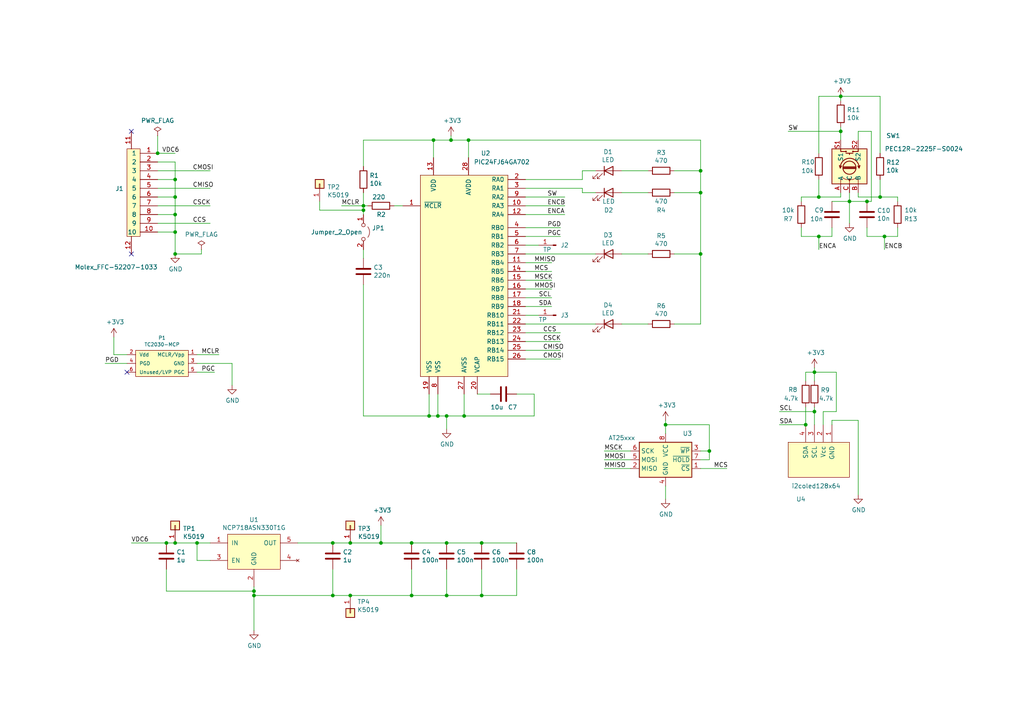
<source format=kicad_sch>
(kicad_sch (version 20211123) (generator eeschema)
  (paper "A4")
  (lib_symbols
    (symbol "Connector:Conn_01x01_Male" (pin_names (offset 1.016) hide)
      (property "Reference" "J" (at 0 2.54 0))
      (property "Value" "Conn_01x01_Male" (at 0 -2.54 0))
      (symbol "Conn_01x01_Male_1_1"
        (polyline (pts (xy 1.27 0) (xy 0.8636 0)) (stroke (width 0.1524)))
        (rectangle (start 0.8636 0.127) (end 0 -0.127) (stroke (width 0.1524)) (fill (type outline)))
        (pin passive line (at 5.08 0 180) (length 3.81) (name "Pin_1") (number "1"))
      )
    )
    (symbol "Controlpanel-rescue:+3.3V-power" (power) (pin_names (offset 0))
      (property "Value" "+3.3V-power" (at 0 3.556 0))
      (symbol "+3.3V-power_0_1"
        (polyline (pts (xy -0.762 1.27) (xy 0 2.54)))
        (polyline (pts (xy 0 0) (xy 0 2.54)))
        (polyline (pts (xy 0 2.54) (xy 0.762 1.27)))
      )
      (symbol "+3.3V-power_1_1"
        (pin power_in line (at 0 0 90) (length 0) hide (name "+3V3") (number "1"))
      )
    )
    (symbol "Controlpanel-rescue:K5019-MikeSpecialParts" (pin_names (offset 1.016) hide)
      (property "Reference" "TP" (at 0 2.54 0))
      (property "Value" "K5019-MikeSpecialParts" (at 0 -2.54 0))
      (symbol "K5019-MikeSpecialParts_1_1"
        (rectangle (start -1.27 0.127) (end 0 -0.127) (stroke (width 0.1524)))
        (rectangle (start -1.27 1.27) (end 1.27 -1.27) (stroke (width 0.254)) (fill (type background)))
        (pin passive line (at -5.08 0 0) (length 3.81) (name "P") (number "1"))
      )
    )
    (symbol "Controlpanel-rescue:Molex_FFC-52207-1033-MikeSpecialParts" (pin_names (offset 1.016))
      (property "Reference" "J" (at -8.89 10.16 0))
      (property "Value" "Molex_FFC-52207-1033-MikeSpecialParts" (at 8.89 12.7 0))
      (symbol "Molex_FFC-52207-1033-MikeSpecialParts_0_1"
        (rectangle (start -3.81 11.43) (end -7.62 -13.97) (fill (type background)))
      )
      (symbol "Molex_FFC-52207-1033-MikeSpecialParts_1_1"
        (pin passive line (at 1.27 10.16 180) (length 5.08) (name "1") (number "1"))
        (pin passive line (at 1.27 -12.7 180) (length 5.08) (name "10") (number "10"))
        (pin passive line (at -6.35 16.51 270) (length 5.08) (name "~") (number "11"))
        (pin passive line (at -6.35 -19.05 90) (length 5.08) (name "~") (number "12"))
        (pin passive line (at 1.27 7.62 180) (length 5.08) (name "2") (number "2"))
        (pin passive line (at 1.27 5.08 180) (length 5.08) (name "3") (number "3"))
        (pin passive line (at 1.27 2.54 180) (length 5.08) (name "4") (number "4"))
        (pin passive line (at 1.27 0 180) (length 5.08) (name "5") (number "5"))
        (pin passive line (at 1.27 -2.54 180) (length 5.08) (name "6") (number "6"))
        (pin passive line (at 1.27 -5.08 180) (length 5.08) (name "7") (number "7"))
        (pin passive line (at 1.27 -7.62 180) (length 5.08) (name "8") (number "8"))
        (pin passive line (at 1.27 -10.16 180) (length 5.08) (name "9") (number "9"))
      )
    )
    (symbol "Controlpanel-rescue:NCP718ASN330T1G-MikeSpecialParts" (pin_names (offset 1.016))
      (property "Reference" "U" (at -2.54 6.35 0))
      (property "Value" "NCP718ASN330T1G-MikeSpecialParts" (at 1.27 8.89 0))
      (symbol "NCP718ASN330T1G-MikeSpecialParts_1_1"
        (rectangle (start -7.62 5.08) (end 7.62 -5.08) (fill (type background)))
        (pin power_in line (at -12.7 2.54 0) (length 5.08) (name "IN") (number "1"))
        (pin power_in line (at 0 -10.16 90) (length 5.08) (name "GND") (number "2"))
        (pin input line (at -12.7 -2.54 0) (length 5.08) (name "EN") (number "3"))
        (pin no_connect line (at 12.7 -2.54 180) (length 5.08) (name "~") (number "4"))
        (pin power_out line (at 12.7 2.54 180) (length 5.08) (name "OUT") (number "5"))
      )
    )
    (symbol "Controlpanel-rescue:PEC12R-2225F-S0024-MikeSpecialParts" (pin_names (offset 1.016))
      (property "Reference" "SW" (at 0 8.89 0))
      (property "Value" "PEC12R-2225F-S0024-MikeSpecialParts" (at 1.27 11.43 0))
      (symbol "PEC12R-2225F-S0024-MikeSpecialParts_1_1"
        (rectangle (start -5.08 5.08) (end 5.08 -5.08) (stroke (width 0.254)) (fill (type background)))
        (circle (center -3.81 0) (radius 0.254) (fill (type outline)))
        (arc (start -0.381 -2.794) (mid 2.3622 -0.0508) (end -0.381 2.667) (stroke (width 0.254)))
        (circle (center -0.381 0) (radius 1.905) (stroke (width 0.254)))
        (polyline (pts (xy -0.635 -1.778) (xy -0.635 1.778)) (stroke (width 0.254)))
        (polyline (pts (xy -0.381 -1.778) (xy -0.381 1.778)) (stroke (width 0.254)))
        (polyline (pts (xy -0.127 1.778) (xy -0.127 -1.778)) (stroke (width 0.254)))
        (polyline (pts (xy 3.81 0) (xy 3.429 0)) (stroke (width 0.254)))
        (polyline (pts (xy 3.81 1.016) (xy 3.81 -1.016)) (stroke (width 0.254)))
        (polyline (pts (xy -5.08 -2.54) (xy -3.81 -2.54) (xy -3.81 -2.032)))
        (polyline (pts (xy -5.08 2.54) (xy -3.81 2.54) (xy -3.81 2.032)))
        (polyline (pts (xy 0.254 -3.048) (xy -0.508 -2.794) (xy 0.127 -2.413)) (stroke (width 0.254)))
        (polyline (pts (xy 0.254 2.921) (xy -0.508 2.667) (xy 0.127 2.286)) (stroke (width 0.254)))
        (polyline (pts (xy 5.08 -2.54) (xy 4.318 -2.54) (xy 4.318 -1.016)) (stroke (width 0.254)))
        (polyline (pts (xy 5.08 2.54) (xy 4.318 2.54) (xy 4.318 1.016)) (stroke (width 0.254)))
        (polyline (pts (xy -5.08 0) (xy -3.81 0) (xy -3.81 -1.016) (xy -3.302 -2.032)))
        (polyline (pts (xy -4.318 0) (xy -3.81 0) (xy -3.81 1.016) (xy -3.302 2.032)))
        (circle (center 4.318 -1.016) (radius 0.127) (stroke (width 0.254)))
        (circle (center 4.318 1.016) (radius 0.127) (stroke (width 0.254)))
        (pin passive line (at -7.62 2.54 0) (length 2.54) (name "A") (number "A"))
        (pin passive line (at -7.62 -2.54 0) (length 2.54) (name "B") (number "B"))
        (pin passive line (at -7.62 0 0) (length 2.54) (name "C") (number "C"))
        (pin passive line (at 7.62 2.54 180) (length 2.54) (name "S1") (number "S1"))
        (pin passive line (at 7.62 -2.54 180) (length 2.54) (name "S2") (number "S2"))
      )
    )
    (symbol "Controlpanel-rescue:PIC24FJ64GA702-MikeSpecialParts" (pin_names (offset 1.016))
      (property "Reference" "U" (at 5.588 28.448 0))
      (property "Value" "PIC24FJ64GA702-MikeSpecialParts" (at 12.7 32.004 0))
      (symbol "PIC24FJ64GA702-MikeSpecialParts_0_1"
        (rectangle (start -12.7 25.4) (end 12.7 -33.02) (fill (type background)))
      )
      (symbol "PIC24FJ64GA702-MikeSpecialParts_1_1"
        (pin input line (at -17.78 16.51 0) (length 5.08) (name "~{MCLR}") (number "1"))
        (pin bidirectional line (at 17.78 16.51 180) (length 5.08) (name "RA3") (number "10"))
        (pin bidirectional line (at 17.78 0 180) (length 5.08) (name "RB4") (number "11"))
        (pin bidirectional line (at 17.78 13.97 180) (length 5.08) (name "RA4") (number "12"))
        (pin power_in line (at -8.89 30.48 270) (length 5.08) (name "VDD") (number "13"))
        (pin bidirectional line (at 17.78 -2.54 180) (length 5.08) (name "RB5") (number "14"))
        (pin bidirectional line (at 17.78 -5.08 180) (length 5.08) (name "RB6") (number "15"))
        (pin bidirectional line (at 17.78 -7.62 180) (length 5.08) (name "RB7") (number "16"))
        (pin bidirectional line (at 17.78 -10.16 180) (length 5.08) (name "RB8") (number "17"))
        (pin bidirectional line (at 17.78 -12.7 180) (length 5.08) (name "RB9") (number "18"))
        (pin power_in line (at -10.16 -38.1 90) (length 5.08) (name "VSS") (number "19"))
        (pin bidirectional line (at 17.78 24.13 180) (length 5.08) (name "RA0") (number "2"))
        (pin power_out line (at 3.81 -38.1 90) (length 5.08) (name "VCAP") (number "20"))
        (pin bidirectional line (at 17.78 -15.24 180) (length 5.08) (name "RB10") (number "21"))
        (pin bidirectional line (at 17.78 -17.78 180) (length 5.08) (name "RB11") (number "22"))
        (pin bidirectional line (at 17.78 -20.32 180) (length 5.08) (name "RB12") (number "23"))
        (pin bidirectional line (at 17.78 -22.86 180) (length 5.08) (name "RB13") (number "24"))
        (pin bidirectional line (at 17.78 -25.4 180) (length 5.08) (name "RB14") (number "25"))
        (pin bidirectional line (at 17.78 -27.94 180) (length 5.08) (name "RB15") (number "26"))
        (pin power_in line (at 0 -38.1 90) (length 5.08) (name "AVSS") (number "27"))
        (pin power_in line (at 1.27 30.48 270) (length 5.08) (name "AVDD") (number "28"))
        (pin bidirectional line (at 17.78 21.59 180) (length 5.08) (name "RA1") (number "3"))
        (pin bidirectional line (at 17.78 10.16 180) (length 5.08) (name "RB0") (number "4"))
        (pin bidirectional line (at 17.78 7.62 180) (length 5.08) (name "RB1") (number "5"))
        (pin bidirectional line (at 17.78 5.08 180) (length 5.08) (name "RB2") (number "6"))
        (pin bidirectional line (at 17.78 2.54 180) (length 5.08) (name "RB3") (number "7"))
        (pin power_in line (at -7.62 -38.1 90) (length 5.08) (name "VSS") (number "8"))
        (pin bidirectional line (at 17.78 19.05 180) (length 5.08) (name "RA2") (number "9"))
      )
    )
    (symbol "Controlpanel-rescue:TC2030-MCP-Tag-Connect" (pin_names (offset 1.016))
      (property "Reference" "P" (at -1.27 -5.08 0))
      (property "Value" "TC2030-MCP-Tag-Connect" (at 0 5.08 0))
      (symbol "TC2030-MCP-Tag-Connect_0_1"
        (rectangle (start 7.62 3.81) (end -7.62 -3.81) (fill (type background)))
      )
      (symbol "TC2030-MCP-Tag-Connect_1_1"
        (pin passive line (at -10.16 2.54 0) (length 2.54) (name "MCLR/Vpp") (number "1"))
        (pin passive line (at 10.16 2.54 180) (length 2.54) (name "Vdd") (number "2"))
        (pin passive line (at -10.16 0 0) (length 2.54) (name "GND") (number "3"))
        (pin passive line (at 10.16 0 180) (length 2.54) (name "PGD") (number "4"))
        (pin passive line (at -10.16 -2.54 0) (length 2.54) (name "PGC") (number "5"))
        (pin passive line (at 10.16 -2.54 180) (length 2.54) (name "Unused/LVP") (number "6"))
      )
    )
    (symbol "Controlpanel-rescue:i2coled128x64-MikeSpecialParts" (pin_names (offset 1.016))
      (property "Reference" "U" (at 5.08 -1.27 0))
      (property "Value" "i2coled128x64-MikeSpecialParts" (at 0 -3.81 0))
      (symbol "i2coled128x64-MikeSpecialParts_0_1"
        (rectangle (start -8.89 5.08) (end 8.89 -5.08) (fill (type background)))
      )
      (symbol "i2coled128x64-MikeSpecialParts_1_1"
        (pin input line (at -3.81 10.16 270) (length 5.08) (name "GND") (number "1"))
        (pin input line (at -1.27 10.16 270) (length 5.08) (name "Vcc") (number "2"))
        (pin input line (at 1.27 10.16 270) (length 5.08) (name "SCL") (number "3"))
        (pin input line (at 3.81 10.16 270) (length 5.08) (name "SDA") (number "4"))
      )
    )
    (symbol "Device:C" (pin_numbers hide) (pin_names (offset 0.254))
      (property "Reference" "C" (at 0.635 2.54 0))
      (property "Value" "C" (at 0.635 -2.54 0))
      (symbol "C_0_1"
        (polyline (pts (xy -2.032 -0.762) (xy 2.032 -0.762)) (stroke (width 0.508)))
        (polyline (pts (xy -2.032 0.762) (xy 2.032 0.762)) (stroke (width 0.508)))
      )
      (symbol "C_1_1"
        (pin passive line (at 0 3.81 270) (length 2.794) (name "~") (number "1"))
        (pin passive line (at 0 -3.81 90) (length 2.794) (name "~") (number "2"))
      )
    )
    (symbol "Device:LED" (pin_numbers hide) (pin_names (offset 1.016) hide)
      (property "Reference" "D" (at 0 2.54 0))
      (property "Value" "LED" (at 0 -2.54 0))
      (symbol "LED_0_1"
        (polyline (pts (xy -1.27 -1.27) (xy -1.27 1.27)) (stroke (width 0.254)))
        (polyline (pts (xy -1.27 0) (xy 1.27 0)))
        (polyline (pts (xy 1.27 -1.27) (xy 1.27 1.27) (xy -1.27 0) (xy 1.27 -1.27)) (stroke (width 0.254)))
        (polyline (pts (xy -3.048 -0.762) (xy -4.572 -2.286) (xy -3.81 -2.286) (xy -4.572 -2.286) (xy -4.572 -1.524)))
        (polyline (pts (xy -1.778 -0.762) (xy -3.302 -2.286) (xy -2.54 -2.286) (xy -3.302 -2.286) (xy -3.302 -1.524)))
      )
      (symbol "LED_1_1"
        (pin passive line (at -3.81 0 0) (length 2.54) (name "K") (number "1"))
        (pin passive line (at 3.81 0 180) (length 2.54) (name "A") (number "2"))
      )
    )
    (symbol "Device:R" (pin_numbers hide) (pin_names (offset 0))
      (property "Reference" "R" (at 2.032 0 90))
      (property "Value" "R" (at 0 0 90))
      (symbol "R_0_1"
        (rectangle (start -1.016 -2.54) (end 1.016 2.54) (stroke (width 0.254)))
      )
      (symbol "R_1_1"
        (pin passive line (at 0 3.81 270) (length 1.27) (name "~") (number "1"))
        (pin passive line (at 0 -3.81 90) (length 1.27) (name "~") (number "2"))
      )
    )
    (symbol "Jumper:Jumper_2_Open" (pin_names (offset 0) hide)
      (property "Reference" "JP" (at 0 2.794 0))
      (property "Value" "Jumper_2_Open" (at 0 -2.286 0))
      (symbol "Jumper_2_Open_0_0"
        (circle (center -2.032 0) (radius 0.508))
        (circle (center 2.032 0) (radius 0.508))
      )
      (symbol "Jumper_2_Open_0_1"
        (arc (start 1.524 1.27) (mid 0 1.778) (end -1.524 1.27))
      )
      (symbol "Jumper_2_Open_1_1"
        (pin passive line (at -5.08 0 0) (length 2.54) (name "A") (number "1"))
        (pin passive line (at 5.08 0 180) (length 2.54) (name "B") (number "2"))
      )
    )
    (symbol "Memory_EEPROM:AT25xxx"
      (property "Reference" "U" (at -7.62 6.35 0))
      (property "Value" "AT25xxx" (at 2.54 -6.35 0))
      (symbol "AT25xxx_1_1"
        (rectangle (start -7.62 5.08) (end 7.62 -5.08) (stroke (width 0.254)) (fill (type background)))
        (pin input line (at -10.16 -2.54 0) (length 2.54) (name "~{CS}") (number "1"))
        (pin tri_state line (at 10.16 -2.54 180) (length 2.54) (name "MISO") (number "2"))
        (pin input line (at -10.16 2.54 0) (length 2.54) (name "~{WP}") (number "3"))
        (pin power_in line (at 0 -7.62 90) (length 2.54) (name "GND") (number "4"))
        (pin input line (at 10.16 0 180) (length 2.54) (name "MOSI") (number "5"))
        (pin input line (at 10.16 2.54 180) (length 2.54) (name "SCK") (number "6"))
        (pin input line (at -10.16 0 0) (length 2.54) (name "~{HOLD}") (number "7"))
        (pin power_in line (at 0 7.62 270) (length 2.54) (name "VCC") (number "8"))
      )
    )
    (symbol "power:GND" (power) (pin_names (offset 0))
      (property "Value" "GND" (at 0 -3.81 0))
      (symbol "GND_0_1"
        (polyline (pts (xy 0 0) (xy 0 -1.27) (xy 1.27 -1.27) (xy 0 -2.54) (xy -1.27 -1.27) (xy 0 -1.27)))
      )
      (symbol "GND_1_1"
        (pin power_in line (at 0 0 270) (length 0) hide (name "GND") (number "1"))
      )
    )
    (symbol "power:PWR_FLAG" (power) (pin_numbers hide) (pin_names (offset 0) hide)
      (property "Value" "PWR_FLAG" (at 0 3.81 0))
      (symbol "PWR_FLAG_0_0"
        (pin power_out line (at 0 0 90) (length 0) (name "pwr") (number "1"))
      )
      (symbol "PWR_FLAG_0_1"
        (polyline (pts (xy 0 0) (xy 0 1.27) (xy -1.016 1.905) (xy 0 2.54) (xy 1.016 1.905) (xy 0 1.27)))
      )
    )
  )
  (junction (at 139.7 157.48))
  (junction (at 45.72 44.45))
  (junction (at 256.54 68.58))
  (junction (at 139.7 172.72))
  (junction (at 130.81 40.64))
  (junction (at 50.8 73.66))
  (junction (at 57.15 157.48))
  (junction (at 50.8 62.23))
  (junction (at 124.46 120.65))
  (junction (at 243.84 27.94))
  (junction (at 135.89 40.64))
  (junction (at 96.52 172.72))
  (junction (at 119.38 172.72))
  (junction (at 251.46 58.42))
  (junction (at 110.49 157.48))
  (junction (at 50.8 57.15))
  (junction (at 129.54 172.72))
  (junction (at 233.68 123.19))
  (junction (at 73.66 172.72))
  (junction (at 127 120.65))
  (junction (at 101.6 172.72))
  (junction (at 205.74 130.81))
  (junction (at 236.22 107.95))
  (junction (at 237.49 68.58))
  (junction (at 255.27 57.15))
  (junction (at 129.54 120.65))
  (junction (at 105.41 59.69))
  (junction (at 105.41 60.96))
  (junction (at 50.8 52.07))
  (junction (at 203.2 49.53))
  (junction (at 203.2 55.88))
  (junction (at 134.62 120.65))
  (junction (at 203.2 73.66))
  (junction (at 125.73 40.64))
  (junction (at 236.22 119.38))
  (junction (at 119.38 157.48))
  (junction (at 73.66 171.45))
  (junction (at 237.49 57.15))
  (junction (at 101.6 157.48))
  (junction (at 96.52 157.48))
  (junction (at 243.84 38.1))
  (junction (at 129.54 157.48))
  (junction (at 50.8 67.31))
  (junction (at 246.38 58.42))
  (junction (at 48.26 157.48))
  (junction (at 193.04 123.19))
  (junction (at 50.8 157.48))
  (no_connect (at 38.1 73.66))
  (no_connect (at 36.83 107.95))
  (no_connect (at 38.1 38.1))
  (wire (pts (xy 134.62 120.65) (xy 154.94 120.65)))
  (wire (pts (xy 138.43 114.3) (xy 142.24 114.3)))
  (wire (pts (xy 73.66 172.72) (xy 73.66 171.45)))
  (wire (pts (xy 119.38 157.48) (xy 110.49 157.48)))
  (wire (pts (xy 243.84 38.1) (xy 243.84 36.83)))
  (wire (pts (xy 57.15 162.56) (xy 57.15 157.48)))
  (wire (pts (xy 57.15 102.87) (xy 63.5 102.87)))
  (wire (pts (xy 96.52 165.1) (xy 96.52 172.72)))
  (wire (pts (xy 236.22 119.38) (xy 226.06 119.38)))
  (wire (pts (xy 233.68 123.19) (xy 226.06 123.19)))
  (wire (pts (xy 92.71 58.42) (xy 92.71 60.96)))
  (wire (pts (xy 105.41 59.69) (xy 105.41 55.88)))
  (wire (pts (xy 60.96 162.56) (xy 57.15 162.56)))
  (wire (pts (xy 248.92 121.92) (xy 248.92 143.51)))
  (wire (pts (xy 105.41 74.93) (xy 105.41 72.39)))
  (wire (pts (xy 119.38 165.1) (xy 119.38 172.72)))
  (wire (pts (xy 105.41 120.65) (xy 124.46 120.65)))
  (wire (pts (xy 48.26 171.45) (xy 73.66 171.45)))
  (wire (pts (xy 38.1 157.48) (xy 48.26 157.48)))
  (wire (pts (xy 243.84 57.15) (xy 243.84 55.88)))
  (wire (pts (xy 58.42 73.66) (xy 50.8 73.66)))
  (wire (pts (xy 36.83 105.41) (xy 30.48 105.41)))
  (wire (pts (xy 255.27 52.07) (xy 255.27 57.15)))
  (wire (pts (xy 152.4 81.28) (xy 160.02 81.28)))
  (wire (pts (xy 237.49 27.94) (xy 237.49 44.45)))
  (wire (pts (xy 236.22 123.19) (xy 236.22 119.38)))
  (wire (pts (xy 50.8 157.48) (xy 48.26 157.48)))
  (wire (pts (xy 203.2 130.81) (xy 205.74 130.81)))
  (wire (pts (xy 180.34 55.88) (xy 187.96 55.88)))
  (wire (pts (xy 152.4 96.52) (xy 162.56 96.52)))
  (wire (pts (xy 205.74 133.35) (xy 205.74 130.81)))
  (wire (pts (xy 50.8 62.23) (xy 50.8 67.31)))
  (wire (pts (xy 45.72 49.53) (xy 60.96 49.53)))
  (wire (pts (xy 124.46 114.3) (xy 124.46 120.65)))
  (wire (pts (xy 50.8 73.66) (xy 50.8 67.31)))
  (wire (pts (xy 195.58 73.66) (xy 203.2 73.66)))
  (wire (pts (xy 110.49 157.48) (xy 110.49 152.4)))
  (wire (pts (xy 251.46 58.42) (xy 246.38 58.42)))
  (wire (pts (xy 246.38 58.42) (xy 246.38 55.88)))
  (wire (pts (xy 105.41 60.96) (xy 105.41 59.69)))
  (wire (pts (xy 251.46 58.42) (xy 252.73 58.42)))
  (wire (pts (xy 236.22 110.49) (xy 236.22 107.95)))
  (wire (pts (xy 242.57 119.38) (xy 242.57 107.95)))
  (wire (pts (xy 119.38 172.72) (xy 129.54 172.72)))
  (wire (pts (xy 129.54 157.48) (xy 119.38 157.48)))
  (wire (pts (xy 57.15 107.95) (xy 62.23 107.95)))
  (wire (pts (xy 152.4 52.07) (xy 168.91 52.07)))
  (wire (pts (xy 203.2 135.89) (xy 210.82 135.89)))
  (wire (pts (xy 236.22 107.95) (xy 236.22 106.68)))
  (wire (pts (xy 124.46 120.65) (xy 127 120.65)))
  (wire (pts (xy 73.66 182.88) (xy 73.66 172.72)))
  (wire (pts (xy 58.42 72.39) (xy 58.42 73.66)))
  (wire (pts (xy 233.68 123.19) (xy 233.68 118.11)))
  (wire (pts (xy 129.54 120.65) (xy 129.54 124.46)))
  (wire (pts (xy 129.54 157.48) (xy 139.7 157.48)))
  (wire (pts (xy 130.81 40.64) (xy 135.89 40.64)))
  (wire (pts (xy 45.72 39.37) (xy 45.72 44.45)))
  (wire (pts (xy 33.02 102.87) (xy 33.02 97.79)))
  (wire (pts (xy 125.73 40.64) (xy 130.81 40.64)))
  (wire (pts (xy 152.4 99.06) (xy 162.56 99.06)))
  (wire (pts (xy 152.4 54.61) (xy 168.91 54.61)))
  (wire (pts (xy 152.4 78.74) (xy 160.02 78.74)))
  (wire (pts (xy 129.54 120.65) (xy 134.62 120.65)))
  (wire (pts (xy 152.4 91.44) (xy 156.21 91.44)))
  (wire (pts (xy 238.76 119.38) (xy 242.57 119.38)))
  (wire (pts (xy 232.41 58.42) (xy 232.41 57.15)))
  (wire (pts (xy 127 120.65) (xy 127 114.3)))
  (wire (pts (xy 92.71 60.96) (xy 105.41 60.96)))
  (wire (pts (xy 195.58 55.88) (xy 203.2 55.88)))
  (wire (pts (xy 180.34 93.98) (xy 187.96 93.98)))
  (wire (pts (xy 182.88 133.35) (xy 175.26 133.35)))
  (wire (pts (xy 149.86 165.1) (xy 149.86 172.72)))
  (wire (pts (xy 260.35 57.15) (xy 255.27 57.15)))
  (wire (pts (xy 50.8 46.99) (xy 50.8 52.07)))
  (wire (pts (xy 255.27 44.45) (xy 255.27 27.94)))
  (wire (pts (xy 105.41 40.64) (xy 125.73 40.64)))
  (wire (pts (xy 241.3 58.42) (xy 246.38 58.42)))
  (wire (pts (xy 255.27 27.94) (xy 243.84 27.94)))
  (wire (pts (xy 50.8 67.31) (xy 45.72 67.31)))
  (wire (pts (xy 60.96 157.48) (xy 57.15 157.48)))
  (wire (pts (xy 152.4 83.82) (xy 160.02 83.82)))
  (wire (pts (xy 168.91 54.61) (xy 168.91 55.88)))
  (wire (pts (xy 125.73 40.64) (xy 125.73 45.72)))
  (wire (pts (xy 101.6 172.72) (xy 96.52 172.72)))
  (wire (pts (xy 248.92 38.1) (xy 248.92 40.64)))
  (wire (pts (xy 50.8 62.23) (xy 45.72 62.23)))
  (wire (pts (xy 86.36 157.48) (xy 96.52 157.48)))
  (wire (pts (xy 232.41 57.15) (xy 237.49 57.15)))
  (wire (pts (xy 45.72 54.61) (xy 60.96 54.61)))
  (wire (pts (xy 168.91 49.53) (xy 172.72 49.53)))
  (wire (pts (xy 205.74 130.81) (xy 205.74 123.19)))
  (wire (pts (xy 180.34 49.53) (xy 187.96 49.53)))
  (wire (pts (xy 152.4 76.2) (xy 160.02 76.2)))
  (wire (pts (xy 205.74 123.19) (xy 193.04 123.19)))
  (wire (pts (xy 237.49 68.58) (xy 241.3 68.58)))
  (wire (pts (xy 152.4 88.9) (xy 160.02 88.9)))
  (wire (pts (xy 252.73 38.1) (xy 248.92 38.1)))
  (wire (pts (xy 252.73 58.42) (xy 252.73 38.1)))
  (wire (pts (xy 256.54 68.58) (xy 256.54 72.39)))
  (wire (pts (xy 203.2 133.35) (xy 205.74 133.35)))
  (wire (pts (xy 203.2 93.98) (xy 203.2 73.66)))
  (wire (pts (xy 139.7 157.48) (xy 149.86 157.48)))
  (wire (pts (xy 203.2 49.53) (xy 203.2 40.64)))
  (wire (pts (xy 238.76 123.19) (xy 238.76 119.38)))
  (wire (pts (xy 57.15 157.48) (xy 50.8 157.48)))
  (wire (pts (xy 45.72 59.69) (xy 60.96 59.69)))
  (wire (pts (xy 237.49 57.15) (xy 243.84 57.15)))
  (wire (pts (xy 232.41 66.04) (xy 232.41 68.58)))
  (wire (pts (xy 134.62 114.3) (xy 134.62 120.65)))
  (wire (pts (xy 45.72 64.77) (xy 60.96 64.77)))
  (wire (pts (xy 233.68 110.49) (xy 233.68 107.95)))
  (wire (pts (xy 256.54 68.58) (xy 260.35 68.58)))
  (wire (pts (xy 154.94 114.3) (xy 149.86 114.3)))
  (wire (pts (xy 152.4 71.12) (xy 156.21 71.12)))
  (wire (pts (xy 48.26 165.1) (xy 48.26 171.45)))
  (wire (pts (xy 203.2 49.53) (xy 195.58 49.53)))
  (wire (pts (xy 50.8 52.07) (xy 45.72 52.07)))
  (wire (pts (xy 236.22 107.95) (xy 242.57 107.95)))
  (wire (pts (xy 33.02 102.87) (xy 36.83 102.87)))
  (wire (pts (xy 251.46 66.04) (xy 251.46 68.58)))
  (wire (pts (xy 105.41 82.55) (xy 105.41 120.65)))
  (wire (pts (xy 251.46 68.58) (xy 256.54 68.58)))
  (wire (pts (xy 248.92 57.15) (xy 248.92 55.88)))
  (wire (pts (xy 237.49 52.07) (xy 237.49 57.15)))
  (wire (pts (xy 243.84 40.64) (xy 243.84 38.1)))
  (wire (pts (xy 152.4 68.58) (xy 162.56 68.58)))
  (wire (pts (xy 241.3 123.19) (xy 241.3 121.92)))
  (wire (pts (xy 237.49 27.94) (xy 243.84 27.94)))
  (wire (pts (xy 114.3 59.69) (xy 116.84 59.69)))
  (wire (pts (xy 241.3 68.58) (xy 241.3 66.04)))
  (wire (pts (xy 232.41 68.58) (xy 237.49 68.58)))
  (wire (pts (xy 101.6 157.48) (xy 110.49 157.48)))
  (wire (pts (xy 182.88 135.89) (xy 175.26 135.89)))
  (wire (pts (xy 154.94 120.65) (xy 154.94 114.3)))
  (wire (pts (xy 168.91 55.88) (xy 172.72 55.88)))
  (wire (pts (xy 67.31 105.41) (xy 67.31 111.76)))
  (wire (pts (xy 45.72 46.99) (xy 50.8 46.99)))
  (wire (pts (xy 243.84 38.1) (xy 228.6 38.1)))
  (wire (pts (xy 152.4 93.98) (xy 172.72 93.98)))
  (wire (pts (xy 193.04 144.78) (xy 193.04 140.97)))
  (wire (pts (xy 182.88 130.81) (xy 175.26 130.81)))
  (wire (pts (xy 195.58 93.98) (xy 203.2 93.98)))
  (wire (pts (xy 260.35 58.42) (xy 260.35 57.15)))
  (wire (pts (xy 152.4 62.23) (xy 163.83 62.23)))
  (wire (pts (xy 233.68 107.95) (xy 236.22 107.95)))
  (wire (pts (xy 193.04 123.19) (xy 193.04 121.92)))
  (wire (pts (xy 203.2 55.88) (xy 203.2 49.53)))
  (wire (pts (xy 129.54 172.72) (xy 129.54 165.1)))
  (wire (pts (xy 152.4 73.66) (xy 172.72 73.66)))
  (wire (pts (xy 241.3 121.92) (xy 248.92 121.92)))
  (wire (pts (xy 127 120.65) (xy 129.54 120.65)))
  (wire (pts (xy 152.4 59.69) (xy 163.83 59.69)))
  (wire (pts (xy 168.91 52.07) (xy 168.91 49.53)))
  (wire (pts (xy 152.4 104.14) (xy 162.56 104.14)))
  (wire (pts (xy 152.4 57.15) (xy 163.83 57.15)))
  (wire (pts (xy 50.8 57.15) (xy 45.72 57.15)))
  (wire (pts (xy 130.81 40.64) (xy 130.81 39.37)))
  (wire (pts (xy 139.7 165.1) (xy 139.7 172.72)))
  (wire (pts (xy 96.52 172.72) (xy 73.66 172.72)))
  (wire (pts (xy 203.2 40.64) (xy 135.89 40.64)))
  (wire (pts (xy 105.41 62.23) (xy 105.41 60.96)))
  (wire (pts (xy 255.27 57.15) (xy 248.92 57.15)))
  (wire (pts (xy 193.04 125.73) (xy 193.04 123.19)))
  (wire (pts (xy 180.34 73.66) (xy 187.96 73.66)))
  (wire (pts (xy 246.38 64.77) (xy 246.38 58.42)))
  (wire (pts (xy 105.41 48.26) (xy 105.41 40.64)))
  (wire (pts (xy 149.86 172.72) (xy 139.7 172.72)))
  (wire (pts (xy 119.38 172.72) (xy 101.6 172.72)))
  (wire (pts (xy 105.41 59.69) (xy 99.06 59.69)))
  (wire (pts (xy 152.4 86.36) (xy 160.02 86.36)))
  (wire (pts (xy 243.84 27.94) (xy 243.84 29.21)))
  (wire (pts (xy 106.68 59.69) (xy 105.41 59.69)))
  (wire (pts (xy 237.49 68.58) (xy 237.49 72.39)))
  (wire (pts (xy 96.52 157.48) (xy 101.6 157.48)))
  (wire (pts (xy 50.8 52.07) (xy 50.8 57.15)))
  (wire (pts (xy 139.7 172.72) (xy 129.54 172.72)))
  (wire (pts (xy 152.4 66.04) (xy 162.56 66.04)))
  (wire (pts (xy 260.35 68.58) (xy 260.35 66.04)))
  (wire (pts (xy 73.66 171.45) (xy 73.66 170.18)))
  (wire (pts (xy 203.2 73.66) (xy 203.2 55.88)))
  (wire (pts (xy 45.72 44.45) (xy 50.8 44.45)))
  (wire (pts (xy 50.8 57.15) (xy 50.8 62.23)))
  (wire (pts (xy 236.22 119.38) (xy 236.22 118.11)))
  (wire (pts (xy 135.89 40.64) (xy 135.89 45.72)))
  (wire (pts (xy 57.15 105.41) (xy 67.31 105.41)))
  (wire (pts (xy 152.4 101.6) (xy 162.56 101.6)))
  (label "MMOSI" (at 175.26 133.35 0))
  (label "CSCK" (at 157.48 99.06 0))
  (label "ENCA" (at 237.49 72.39 0))
  (label "CCS" (at 55.88 64.77 0))
  (label "SCL" (at 226.06 119.38 0))
  (label "PGC" (at 158.75 68.58 0))
  (label "CMISO" (at 55.88 54.61 0))
  (label "MMOSI" (at 154.94 83.82 0))
  (label "PGC" (at 58.42 107.95 0))
  (label "CMISO" (at 157.48 101.6 0))
  (label "ENCA" (at 158.75 62.23 0))
  (label "MMISO" (at 175.26 135.89 0))
  (label "MSCK" (at 154.94 81.28 0))
  (label "CMOSI" (at 157.48 104.14 0))
  (label "SCL" (at 156.21 86.36 0))
  (label "PGD" (at 30.48 105.41 0))
  (label "MCS" (at 207.01 135.89 0))
  (label "ENCB" (at 158.75 59.69 0))
  (label "CMOSI" (at 55.88 49.53 0))
  (label "MCLR" (at 99.06 59.69 0))
  (label "MMISO" (at 154.94 76.2 0))
  (label "SW" (at 158.75 57.15 0))
  (label "SDA" (at 156.21 88.9 0))
  (label "CCS" (at 157.48 96.52 0))
  (label "MCLR" (at 58.42 102.87 0))
  (label "PGD" (at 158.75 66.04 0))
  (label "SDA" (at 226.06 123.19 0))
  (label "CSCK" (at 55.88 59.69 0))
  (label "VDC6" (at 46.99 44.45 0))
  (label "ENCB" (at 256.54 72.39 0))
  (label "MCS" (at 154.94 78.74 0))
  (label "MSCK" (at 175.26 130.81 0))
  (label "VDC6" (at 38.1 157.48 0))
  (label "SW" (at 228.6 38.1 0))
  (symbol (lib_id "Controlpanel-rescue:PIC24FJ64GA702-MikeSpecialParts") (at 134.62 76.2 0) (unit 1)
    (property "Reference" "U2" (at 142.24 44.45 0) (effects (justify right)))
    (property "Value" "PIC24FJ64GA702" (at 153.67 46.99 0) (effects (justify right)))
    (property "Footprint" "SMD_Packages:SOIC-28" (effects hide))
  )
  (symbol (lib_id "Controlpanel-rescue:i2coled128x64-MikeSpecialParts") (at 237.49 133.35 0) (mirror y) (unit 1)
    (property "Reference" "U4" (at 233.68 144.78 0) (effects (justify left)))
    (property "Value" "i2coled128x64" (at 243.84 140.97 0) (effects (justify left)))
    (property "Footprint" "Connectors_Samtec:SL-104-X-XX_1x04" (effects hide))
  )
  (symbol (lib_id "Controlpanel-rescue:PEC12R-2225F-S0024-MikeSpecialParts") (at 246.38 48.26 90) (unit 1)
    (property "Reference" "SW1" (at 259.08 39.37 90))
    (property "Value" "PEC12R-2225F-S0024" (at 267.97 43.18 90))
    (property "Footprint" "MikeFootprintLibrary:PEC12R-4xxxF-Sxxx" (effects hide))
  )
  (symbol (lib_id "Device:C") (at 48.26 161.29 0) (unit 1)
    (property "Reference" "C1" (at 51.181 160.1216 0) (effects (justify left)))
    (property "Value" "1u" (at 51.181 162.433 0) (effects (justify left)))
    (property "Footprint" "Resistors_SMD:R_0805" (effects hide))
  )
  (symbol (lib_id "Device:C") (at 96.52 161.29 0) (unit 1)
    (property "Reference" "C2" (at 99.441 160.1216 0) (effects (justify left)))
    (property "Value" "1u" (at 99.441 162.433 0) (effects (justify left)))
    (property "Footprint" "Resistors_SMD:R_0805" (effects hide))
  )
  (symbol (lib_id "Memory_EEPROM:AT25xxx") (at 193.04 133.35 0) (mirror y) (unit 1)
    (property "Reference" "U3" (at 199.39 125.73 0))
    (property "Value" "AT25xxx" (at 180.34 127 0))
    (property "Footprint" "SMD_Packages:SOIC-8-N" (effects hide))
    (property "Datasheet" "http://ww1.microchip.com/downloads/en/DeviceDoc/Atmel-8707-SEEPROM-AT25010B-020B-040B-Datasheet.pdf" (effects hide))
  )
  (symbol (lib_id "Controlpanel-rescue:TC2030-MCP-Tag-Connect") (at 46.99 105.41 0) (mirror y) (unit 1)
    (property "Reference" "P1" (at 46.99 97.9932 0) (effects (font (size 1.016 1.016))))
    (property "Value" "TC2030-MCP" (at 46.99 99.9236 0) (effects (font (size 1.016 1.016))))
    (property "Footprint" "Connectors:Tag-Connect_TC2030-IDC-FP" (effects hide))
  )
  (symbol (lib_id "Controlpanel-rescue:NCP718ASN330T1G-MikeSpecialParts") (at 73.66 160.02 0) (unit 1)
    (property "Reference" "U1" (at 73.66 150.749 0))
    (property "Value" "NCP718ASN330T1G" (at 73.66 153.0604 0))
    (property "Footprint" "TO_SOT_Packages_SMD:TSOT-23-5" (effects hide))
  )
  (symbol (lib_id "power:GND") (at 73.66 182.88 0) (unit 1)
    (property "Reference" "#PWR0101" (effects hide))
    (property "Value" "GND" (at 73.787 187.2742 0))
  )
  (symbol (lib_id "Controlpanel-rescue:+3.3V-power") (at 110.49 152.4 0) (unit 1)
    (property "Reference" "#PWR0102" (effects hide))
    (property "Value" "+3.3V" (at 110.871 148.0058 0))
  )
  (symbol (lib_id "Controlpanel-rescue:Molex_FFC-52207-1033-MikeSpecialParts") (at 44.45 54.61 0) (unit 1)
    (property "Reference" "J1" (at 35.8648 54.7116 0) (effects (justify right)))
    (property "Value" "Molex_FFC-52207-1033" (at 45.72 77.47 0) (effects (justify right)))
    (property "Footprint" "MikeFootprintLibrary:Molex_FFC-52207-1033" (effects hide))
  )
  (symbol (lib_id "power:GND") (at 50.8 73.66 0) (unit 1)
    (property "Reference" "#PWR0105" (effects hide))
    (property "Value" "GND" (at 50.927 78.0542 0))
  )
  (symbol (lib_id "power:GND") (at 248.92 143.51 0) (unit 1)
    (property "Reference" "#PWR0108" (effects hide))
    (property "Value" "GND" (at 249.047 147.9042 0))
  )
  (symbol (lib_id "power:GND") (at 129.54 124.46 0) (unit 1)
    (property "Reference" "#PWR0106" (effects hide))
    (property "Value" "GND" (at 129.667 128.8542 0))
  )
  (symbol (lib_id "Device:R") (at 233.68 114.3 0) (unit 1)
    (property "Reference" "R8" (at 228.6 113.03 0) (effects (justify left)))
    (property "Value" "4.7k" (at 227.33 115.57 0) (effects (justify left)))
    (property "Footprint" "Resistors_SMD:R_0805" (effects hide))
  )
  (symbol (lib_id "Controlpanel-rescue:+3.3V-power") (at 130.81 39.37 0) (unit 1)
    (property "Reference" "#PWR0107" (effects hide))
    (property "Value" "+3.3V" (at 131.191 34.9758 0))
  )
  (symbol (lib_id "Device:R") (at 236.22 114.3 0) (unit 1)
    (property "Reference" "R9" (at 237.998 113.1316 0) (effects (justify left)))
    (property "Value" "4.7k" (at 237.49 115.57 0) (effects (justify left)))
    (property "Footprint" "Resistors_SMD:R_0805" (effects hide))
  )
  (symbol (lib_id "Controlpanel-rescue:+3.3V-power") (at 236.22 106.68 0) (unit 1)
    (property "Reference" "#PWR0109" (effects hide))
    (property "Value" "+3.3V" (at 236.601 102.2858 0))
  )
  (symbol (lib_id "Device:C") (at 119.38 161.29 0) (unit 1)
    (property "Reference" "C4" (at 122.301 160.1216 0) (effects (justify left)))
    (property "Value" "100n" (at 122.301 162.433 0) (effects (justify left)))
    (property "Footprint" "Resistors_SMD:R_1206" (effects hide))
  )
  (symbol (lib_id "Device:C") (at 129.54 161.29 0) (unit 1)
    (property "Reference" "C5" (at 132.461 160.1216 0) (effects (justify left)))
    (property "Value" "100n" (at 132.461 162.433 0) (effects (justify left)))
    (property "Footprint" "Resistors_SMD:R_1206" (effects hide))
  )
  (symbol (lib_id "Device:R") (at 105.41 52.07 0) (unit 1)
    (property "Reference" "R1" (at 107.188 50.9016 0) (effects (justify left)))
    (property "Value" "10k" (at 107.188 53.213 0) (effects (justify left)))
    (property "Footprint" "Resistors_SMD:R_0805" (effects hide))
  )
  (symbol (lib_id "Device:R") (at 110.49 59.69 90) (unit 1)
    (property "Reference" "R2" (at 109.22 62.23 90) (effects (justify right)))
    (property "Value" "220" (at 107.95 57.15 90) (effects (justify right)))
    (property "Footprint" "Resistors_SMD:R_0805" (effects hide))
  )
  (symbol (lib_id "Device:C") (at 105.41 78.74 0) (unit 1)
    (property "Reference" "C3" (at 108.331 77.5716 0) (effects (justify left)))
    (property "Value" "220n" (at 108.331 79.883 0) (effects (justify left)))
    (property "Footprint" "Resistors_SMD:R_0805" (effects hide))
  )
  (symbol (lib_id "Device:C") (at 146.05 114.3 270) (unit 1)
    (property "Reference" "C7" (at 147.32 118.11 90) (effects (justify left)))
    (property "Value" "10u" (at 142.24 118.11 90) (effects (justify left)))
    (property "Footprint" "Resistors_SMD:R_0805" (effects hide))
  )
  (symbol (lib_id "power:GND") (at 67.31 111.76 0) (unit 1)
    (property "Reference" "#PWR0114" (effects hide))
    (property "Value" "GND" (at 67.437 116.1542 0))
  )
  (symbol (lib_id "Jumper:Jumper_2_Open") (at 105.41 67.31 270) (unit 1)
    (property "Reference" "JP1" (at 107.8992 66.1416 90) (effects (justify left)))
    (property "Value" "Jumper_2_Open" (at 90.17 67.31 90) (effects (justify left)))
    (property "Footprint" "Pin_Headers:Pin_Header_Straight_1x02_Pitch2.00mm" (effects hide))
  )
  (symbol (lib_id "Controlpanel-rescue:+3.3V-power") (at 33.02 97.79 0) (unit 1)
    (property "Reference" "#PWR0112" (effects hide))
    (property "Value" "+3.3V" (at 33.401 93.3958 0))
  )
  (symbol (lib_id "Device:R") (at 243.84 33.02 0) (unit 1)
    (property "Reference" "R11" (at 245.618 31.8516 0) (effects (justify left)))
    (property "Value" "10k" (at 245.618 34.163 0) (effects (justify left)))
    (property "Footprint" "Resistors_SMD:R_0805" (effects hide))
  )
  (symbol (lib_id "Device:R") (at 237.49 48.26 0) (unit 1)
    (property "Reference" "R10" (at 232.41 46.99 0) (effects (justify left)))
    (property "Value" "10k" (at 232.41 49.53 0) (effects (justify left)))
    (property "Footprint" "Resistors_SMD:R_0805" (effects hide))
  )
  (symbol (lib_id "Device:R") (at 255.27 48.26 0) (unit 1)
    (property "Reference" "R12" (at 257.048 47.0916 0) (effects (justify left)))
    (property "Value" "10k" (at 257.048 49.403 0) (effects (justify left)))
    (property "Footprint" "Resistors_SMD:R_0805" (effects hide))
  )
  (symbol (lib_id "Device:R") (at 232.41 62.23 180) (unit 1)
    (property "Reference" "R7" (at 228.6 63.5 0))
    (property "Value" "10k" (at 228.6 60.96 0))
    (property "Footprint" "Resistors_SMD:R_0805" (effects hide))
  )
  (symbol (lib_id "Device:R") (at 260.35 62.23 180) (unit 1)
    (property "Reference" "R13" (at 264.16 63.5 0))
    (property "Value" "10k" (at 264.16 60.96 0))
    (property "Footprint" "Resistors_SMD:R_0805" (effects hide))
  )
  (symbol (lib_id "Device:C") (at 251.46 62.23 0) (unit 1)
    (property "Reference" "C10" (at 254.381 61.0616 0) (effects (justify left)))
    (property "Value" "10n" (at 254.381 63.373 0) (effects (justify left)))
    (property "Footprint" "Resistors_SMD:R_0805" (effects hide))
  )
  (symbol (lib_id "Device:C") (at 241.3 62.23 0) (unit 1)
    (property "Reference" "C9" (at 236.22 60.96 0) (effects (justify left)))
    (property "Value" "10n" (at 234.95 63.5 0) (effects (justify left)))
    (property "Footprint" "Resistors_SMD:R_0805" (effects hide))
  )
  (symbol (lib_id "Controlpanel-rescue:+3.3V-power") (at 193.04 121.92 0) (unit 1)
    (property "Reference" "#PWR0113" (effects hide))
    (property "Value" "+3.3V" (at 193.421 117.5258 0))
  )
  (symbol (lib_id "power:GND") (at 246.38 64.77 0) (unit 1)
    (property "Reference" "#PWR0110" (effects hide))
    (property "Value" "GND" (at 246.507 69.1642 0))
  )
  (symbol (lib_id "Controlpanel-rescue:+3.3V-power") (at 243.84 27.94 0) (unit 1)
    (property "Reference" "#PWR0111" (effects hide))
    (property "Value" "+3.3V" (at 244.221 23.5458 0))
  )
  (symbol (lib_id "power:GND") (at 193.04 144.78 0) (unit 1)
    (property "Reference" "#PWR0115" (effects hide))
    (property "Value" "GND" (at 193.167 149.1742 0))
  )
  (symbol (lib_id "Connector:Conn_01x01_Male") (at 161.29 91.44 180) (unit 1)
    (property "Reference" "J3" (at 162.56 91.44 0) (effects (justify right)))
    (property "Value" "TP" (at 156.21 92.71 0) (effects (justify right)))
    (property "Footprint" "MikeFootprintLibrary:Keystone-5019" (effects hide))
  )
  (symbol (lib_id "Connector:Conn_01x01_Male") (at 161.29 71.12 180) (unit 1)
    (property "Reference" "J2" (at 162.56 71.12 0) (effects (justify right)))
    (property "Value" "TP" (at 157.48 72.39 0) (effects (justify right)))
    (property "Footprint" "MikeFootprintLibrary:Keystone-5019" (effects hide))
  )
  (symbol (lib_id "Device:LED") (at 176.53 49.53 0) (unit 1)
    (property "Reference" "D1" (at 176.3522 44.0436 0))
    (property "Value" "LED" (at 176.3522 46.355 0))
    (property "Footprint" "Resistors_SMD:R_0805" (effects hide))
  )
  (symbol (lib_id "Device:LED") (at 176.53 55.88 0) (unit 1)
    (property "Reference" "D2" (at 176.53 60.96 0))
    (property "Value" "LED" (at 176.53 58.42 0))
    (property "Footprint" "Resistors_SMD:R_0805" (effects hide))
  )
  (symbol (lib_id "Device:LED") (at 176.53 73.66 0) (unit 1)
    (property "Reference" "D3" (at 176.3522 68.1736 0))
    (property "Value" "LED" (at 176.3522 70.485 0))
    (property "Footprint" "Resistors_SMD:R_0805" (effects hide))
  )
  (symbol (lib_id "Device:LED") (at 176.53 93.98 0) (unit 1)
    (property "Reference" "D4" (at 176.3522 88.4936 0))
    (property "Value" "LED" (at 176.3522 90.805 0))
    (property "Footprint" "Resistors_SMD:R_0805" (effects hide))
  )
  (symbol (lib_id "Device:R") (at 191.77 55.88 270) (unit 1)
    (property "Reference" "R4" (at 191.77 60.96 90))
    (property "Value" "470" (at 191.77 58.42 90))
    (property "Footprint" "Resistors_SMD:R_0805" (effects hide))
  )
  (symbol (lib_id "Device:R") (at 191.77 73.66 270) (unit 1)
    (property "Reference" "R5" (at 191.77 68.4022 90))
    (property "Value" "470" (at 191.77 70.7136 90))
    (property "Footprint" "Resistors_SMD:R_0805" (effects hide))
  )
  (symbol (lib_id "Device:R") (at 191.77 93.98 270) (unit 1)
    (property "Reference" "R6" (at 191.77 88.7222 90))
    (property "Value" "470" (at 191.77 91.0336 90))
    (property "Footprint" "Resistors_SMD:R_0805" (effects hide))
  )
  (symbol (lib_id "Device:R") (at 191.77 49.53 270) (unit 1)
    (property "Reference" "R3" (at 191.77 44.2722 90))
    (property "Value" "470" (at 191.77 46.5836 90))
    (property "Footprint" "Resistors_SMD:R_0805" (effects hide))
  )
  (symbol (lib_id "Device:C") (at 139.7 161.29 0) (unit 1)
    (property "Reference" "C6" (at 142.621 160.1216 0) (effects (justify left)))
    (property "Value" "100n" (at 142.621 162.433 0) (effects (justify left)))
    (property "Footprint" "Resistors_SMD:R_1206" (effects hide))
  )
  (symbol (lib_id "Device:C") (at 149.86 161.29 0) (unit 1)
    (property "Reference" "C8" (at 152.781 160.1216 0) (effects (justify left)))
    (property "Value" "100n" (at 152.781 162.433 0) (effects (justify left)))
    (property "Footprint" "Resistors_SMD:R_1206" (effects hide))
  )
  (symbol (lib_id "power:PWR_FLAG") (at 45.72 39.37 0) (unit 1)
    (property "Reference" "#FLG0101" (effects hide))
    (property "Value" "PWR_FLAG" (at 45.72 34.9758 0))
  )
  (symbol (lib_id "power:PWR_FLAG") (at 58.42 72.39 0) (unit 1)
    (property "Reference" "#FLG0102" (effects hide))
    (property "Value" "PWR_FLAG" (at 58.42 67.9958 0))
  )
  (symbol (lib_id "Controlpanel-rescue:K5019-MikeSpecialParts") (at 101.6 177.8 270) (unit 1)
    (property "Reference" "TP4" (at 103.632 174.5488 90) (effects (justify left)))
    (property "Value" "K5019" (at 103.632 176.8602 90) (effects (justify left)))
    (property "Footprint" "MikeFootprintLibrary:Keystone-5019" (effects hide))
  )
  (symbol (lib_id "Controlpanel-rescue:K5019-MikeSpecialParts") (at 101.6 152.4 90) (unit 1)
    (property "Reference" "TP3" (at 103.8352 153.3144 90) (effects (justify right)))
    (property "Value" "K5019" (at 103.8352 155.6258 90) (effects (justify right)))
    (property "Footprint" "MikeFootprintLibrary:Keystone-5019" (effects hide))
  )
  (symbol (lib_id "Controlpanel-rescue:K5019-MikeSpecialParts") (at 50.8 152.4 90) (unit 1)
    (property "Reference" "TP1" (at 53.0352 153.3144 90) (effects (justify right)))
    (property "Value" "K5019" (at 53.0352 155.6258 90) (effects (justify right)))
    (property "Footprint" "MikeFootprintLibrary:Keystone-5019" (effects hide))
  )
  (symbol (lib_id "Controlpanel-rescue:K5019-MikeSpecialParts") (at 92.71 53.34 90) (unit 1)
    (property "Reference" "TP2" (at 94.9452 54.2544 90) (effects (justify right)))
    (property "Value" "K5019" (at 94.9452 56.5658 90) (effects (justify right)))
    (property "Footprint" "MikeFootprintLibrary:Keystone-5019" (effects hide))
  )
)
</source>
